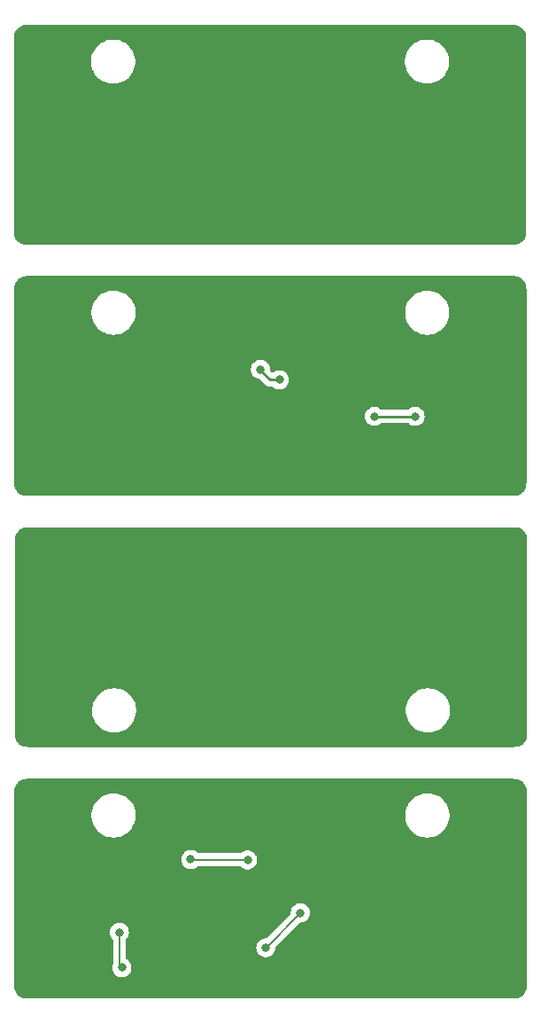
<source format=gbr>
%TF.GenerationSoftware,KiCad,Pcbnew,(6.0.5)*%
%TF.CreationDate,2022-06-24T16:36:08-05:00*%
%TF.ProjectId,Big Kahuna Board,42696720-4b61-4687-956e-6120426f6172,rev?*%
%TF.SameCoordinates,Original*%
%TF.FileFunction,Copper,L2,Bot*%
%TF.FilePolarity,Positive*%
%FSLAX46Y46*%
G04 Gerber Fmt 4.6, Leading zero omitted, Abs format (unit mm)*
G04 Created by KiCad (PCBNEW (6.0.5)) date 2022-06-24 16:36:08*
%MOMM*%
%LPD*%
G01*
G04 APERTURE LIST*
%TA.AperFunction,ViaPad*%
%ADD10C,0.800000*%
%TD*%
%TA.AperFunction,Conductor*%
%ADD11C,0.250000*%
%TD*%
%TA.AperFunction,Conductor*%
%ADD12C,0.200000*%
%TD*%
G04 APERTURE END LIST*
D10*
%TO.N,GND*%
X110970000Y-47690000D03*
X143100000Y-57410000D03*
X149170000Y-52140000D03*
X111830000Y-59280000D03*
X125830000Y-59280000D03*
X152520000Y-60030000D03*
X124290000Y-55580000D03*
X120180000Y-46990000D03*
X135510000Y-55550000D03*
X128560000Y-47140000D03*
X146060000Y-50620000D03*
X138830000Y-59280000D03*
X149290000Y-46010000D03*
X145830000Y-60280000D03*
X138830000Y-47280000D03*
X145810000Y-49210000D03*
X107830000Y-59280000D03*
X120830000Y-59280000D03*
X116830000Y-59280000D03*
X149260000Y-56830000D03*
X106120800Y-52287200D03*
X129830000Y-59280000D03*
X152370000Y-48970000D03*
X134830000Y-59280000D03*
X116350000Y-80760000D03*
X136350000Y-80860000D03*
X125840000Y-72210000D03*
X106350000Y-65760000D03*
X120850000Y-81310000D03*
X126300000Y-68910000D03*
X138050000Y-79660000D03*
X113850000Y-80760000D03*
X127340000Y-69690000D03*
X106300000Y-83360000D03*
X148850000Y-65760000D03*
X151350000Y-73260000D03*
X134950000Y-65860000D03*
X123430000Y-77250000D03*
X128850000Y-78260000D03*
X126350000Y-78260000D03*
X108850000Y-68260000D03*
X117780000Y-76660000D03*
X119790000Y-70600000D03*
X113850000Y-78260000D03*
X146550000Y-83510000D03*
X132150000Y-69260000D03*
X110700000Y-81260000D03*
X105640000Y-76240000D03*
X118850000Y-65760000D03*
X141350000Y-73260000D03*
X146350000Y-75760000D03*
X150350000Y-70600000D03*
X130270000Y-66440000D03*
X138850000Y-65760000D03*
X111860000Y-71980000D03*
X116350000Y-83260000D03*
X124200000Y-81210000D03*
X149550000Y-81310000D03*
X121450000Y-85160000D03*
X108850000Y-65760000D03*
X111350000Y-78260000D03*
X141880000Y-75310000D03*
X126350000Y-83260000D03*
X139820000Y-70020000D03*
X131350000Y-78260000D03*
X134650000Y-85160000D03*
X131350000Y-75760000D03*
X126350000Y-75760000D03*
X147950000Y-81360000D03*
X113850000Y-83260000D03*
X138850000Y-68260000D03*
X116350000Y-78260000D03*
X109750000Y-76960000D03*
X143850000Y-75760000D03*
X126350000Y-80760000D03*
X118620000Y-78780000D03*
X152060000Y-84460000D03*
X141380000Y-81400000D03*
X150950000Y-79310000D03*
X105840000Y-73400000D03*
X133000000Y-83210000D03*
X143850000Y-73260000D03*
X121450000Y-69010000D03*
X146350000Y-80760000D03*
X133850000Y-75760000D03*
X146190000Y-73590000D03*
X106350000Y-68260000D03*
X118850000Y-80760000D03*
X131350000Y-80760000D03*
X119730000Y-72230000D03*
X141350000Y-83260000D03*
X108150000Y-85260000D03*
X123800000Y-72210000D03*
X143850000Y-80760000D03*
X128850000Y-75760000D03*
X150800000Y-77660000D03*
X143850000Y-83260000D03*
X136300000Y-77210000D03*
X105690000Y-80350000D03*
X131350000Y-83190000D03*
X111350000Y-83260000D03*
X119400000Y-83510000D03*
X108850000Y-70760000D03*
X128850000Y-83260000D03*
X128850000Y-80760000D03*
X138000000Y-69310000D03*
X151350000Y-68260000D03*
X148100000Y-85210000D03*
X117540000Y-73400000D03*
X148850000Y-68260000D03*
X106350000Y-70760000D03*
X141970000Y-84560000D03*
X123180000Y-75890000D03*
X151350000Y-65760000D03*
%TO.N,+3V3*%
X129720000Y-74680000D03*
X142700000Y-78160000D03*
X138820000Y-78160000D03*
X127910000Y-73680000D03*
%TO.N,GND*%
X137912000Y-100104000D03*
X108582000Y-98384000D03*
X147192000Y-100504000D03*
X150142000Y-89794000D03*
X152772000Y-91874000D03*
X151842000Y-98344000D03*
X105232000Y-90494000D03*
X115092000Y-91404000D03*
X151962000Y-94474000D03*
X118932000Y-100044000D03*
X124482000Y-98224000D03*
X113362000Y-89644000D03*
X111692000Y-99904000D03*
X108462000Y-104514000D03*
X142292000Y-98274000D03*
X111922000Y-90244000D03*
X137832000Y-91634000D03*
X133492000Y-98224000D03*
X152792000Y-100654000D03*
X147512000Y-90224000D03*
X111942000Y-101314000D03*
X145512000Y-92154000D03*
X118642000Y-91524000D03*
X133782000Y-91614000D03*
X143402000Y-91954000D03*
X127982000Y-100074000D03*
X108492000Y-93694000D03*
X124482000Y-91614000D03*
X115182000Y-98194000D03*
X128582000Y-91554000D03*
X105382000Y-101554000D03*
X150112000Y-102844000D03*
X133610000Y-114070000D03*
X137320000Y-120710000D03*
X122370000Y-131080000D03*
X132720000Y-130980000D03*
X145988000Y-130932000D03*
X112980000Y-130770000D03*
X127970000Y-113600000D03*
X149210000Y-124130000D03*
X135280000Y-127950000D03*
X116020000Y-129140000D03*
X131510000Y-114676000D03*
X148550000Y-124690000D03*
X111390000Y-130480000D03*
X129780000Y-130110000D03*
X110890000Y-131820000D03*
X111620000Y-132550000D03*
X148440000Y-123460000D03*
X152560000Y-132020000D03*
X144140000Y-123690000D03*
X117650000Y-131550000D03*
X146030000Y-120050000D03*
X120030000Y-119400000D03*
X128716000Y-125090000D03*
X149360000Y-129930000D03*
X137120000Y-117890000D03*
X132660000Y-128010000D03*
X116130000Y-120260000D03*
X116840000Y-118870000D03*
X107870000Y-130140000D03*
X124830000Y-122230000D03*
X151820000Y-125870000D03*
X123230000Y-114130000D03*
X146100000Y-122610000D03*
X132670000Y-121760000D03*
X143720000Y-132340000D03*
X117650000Y-130430000D03*
X105094000Y-116454000D03*
X152240000Y-130770000D03*
X150400000Y-126690000D03*
X110700000Y-113580000D03*
X108410000Y-120900000D03*
X149330000Y-118000000D03*
X145870000Y-132270000D03*
X138980000Y-119910000D03*
X147260000Y-117950000D03*
X107740000Y-125270000D03*
X129920000Y-119460000D03*
X130910000Y-123840000D03*
X148200000Y-118370000D03*
X117230000Y-117190000D03*
X112880000Y-120260000D03*
X136990000Y-116210000D03*
X143170000Y-127340000D03*
X132640000Y-126770000D03*
X117830000Y-115020000D03*
X132400000Y-132760000D03*
X147370000Y-113920000D03*
X140370000Y-128100000D03*
X140240000Y-114460000D03*
X142650000Y-128270000D03*
X145850000Y-121200000D03*
X143110000Y-122220000D03*
X124860000Y-131030000D03*
X107090000Y-120990000D03*
X117360000Y-113710000D03*
X140710000Y-123120000D03*
X136620000Y-119910000D03*
X107660000Y-126730000D03*
X137850000Y-126700000D03*
X123128000Y-117216000D03*
X120080000Y-114676000D03*
X149300000Y-128820000D03*
X142570000Y-120500000D03*
X137750000Y-128060000D03*
X131220000Y-130870000D03*
X151450000Y-128120000D03*
X105520000Y-129070000D03*
X111030000Y-123210000D03*
X117680000Y-132890000D03*
X139530000Y-122250000D03*
X104940000Y-131870000D03*
X111360000Y-119320000D03*
X138740000Y-117480000D03*
X124250000Y-132520000D03*
X131070000Y-132050000D03*
X138850000Y-123430000D03*
X128920000Y-119240000D03*
%TO.N,/Thing 1*%
X121240000Y-120480000D03*
X114660000Y-130800000D03*
X126684000Y-120518000D03*
X114430000Y-127430000D03*
%TO.N,/Thing 2*%
X131720000Y-125570000D03*
X128420000Y-128910000D03*
%TD*%
D11*
%TO.N,+3V3*%
X127910000Y-73680000D02*
X127910000Y-73780000D01*
X142700000Y-78160000D02*
X138820000Y-78160000D01*
X127910000Y-73780000D02*
X128810000Y-74680000D01*
X128810000Y-74680000D02*
X129720000Y-74680000D01*
D12*
%TO.N,/Thing 1*%
X114430000Y-127430000D02*
X114410000Y-127450000D01*
X126656000Y-120490000D02*
X121250000Y-120490000D01*
X114410000Y-130550000D02*
X114660000Y-130800000D01*
X121250000Y-120490000D02*
X121240000Y-120480000D01*
X126684000Y-120518000D02*
X126656000Y-120490000D01*
X114410000Y-127450000D02*
X114410000Y-130550000D01*
%TO.N,/Thing 2*%
X131720000Y-125570000D02*
X131720000Y-125640000D01*
X128450000Y-128910000D02*
X128420000Y-128910000D01*
X131720000Y-125640000D02*
X128450000Y-128910000D01*
%TD*%
%TA.AperFunction,Conductor*%
%TO.N,GND*%
G36*
X152110107Y-40789500D02*
G01*
X152124908Y-40791805D01*
X152124911Y-40791805D01*
X152133780Y-40793186D01*
X152142681Y-40792022D01*
X152142688Y-40792022D01*
X152147816Y-40791351D01*
X152174039Y-40790675D01*
X152315062Y-40801774D01*
X152334590Y-40804867D01*
X152380701Y-40815937D01*
X152495657Y-40843536D01*
X152514447Y-40849641D01*
X152667487Y-40913032D01*
X152685100Y-40922007D01*
X152826325Y-41008549D01*
X152842321Y-41020171D01*
X152968274Y-41127745D01*
X152982255Y-41141726D01*
X153089829Y-41267679D01*
X153101451Y-41283675D01*
X153187993Y-41424900D01*
X153196968Y-41442513D01*
X153260359Y-41595553D01*
X153266466Y-41614348D01*
X153305133Y-41775409D01*
X153308226Y-41794937D01*
X153318774Y-41928962D01*
X153318133Y-41945831D01*
X153318305Y-41945833D01*
X153318195Y-41954809D01*
X153316814Y-41963680D01*
X153317978Y-41972582D01*
X153317978Y-41972585D01*
X153320936Y-41995201D01*
X153322000Y-42011539D01*
X153322000Y-60540722D01*
X153320500Y-60560106D01*
X153316814Y-60583780D01*
X153317978Y-60592681D01*
X153317978Y-60592688D01*
X153318649Y-60597816D01*
X153319325Y-60624039D01*
X153308226Y-60765062D01*
X153305133Y-60784590D01*
X153266466Y-60945652D01*
X153260359Y-60964447D01*
X153196969Y-61117485D01*
X153187993Y-61135100D01*
X153101451Y-61276325D01*
X153089829Y-61292321D01*
X152982255Y-61418274D01*
X152968274Y-61432255D01*
X152842321Y-61539829D01*
X152826325Y-61551451D01*
X152685100Y-61637993D01*
X152667487Y-61646968D01*
X152514447Y-61710359D01*
X152495657Y-61716464D01*
X152334591Y-61755133D01*
X152315063Y-61758226D01*
X152181038Y-61768774D01*
X152164169Y-61768133D01*
X152164167Y-61768305D01*
X152155191Y-61768195D01*
X152146320Y-61766814D01*
X152137418Y-61767978D01*
X152137415Y-61767978D01*
X152114799Y-61770936D01*
X152098461Y-61772000D01*
X105569278Y-61772000D01*
X105549893Y-61770500D01*
X105535092Y-61768195D01*
X105535089Y-61768195D01*
X105526220Y-61766814D01*
X105517319Y-61767978D01*
X105517312Y-61767978D01*
X105512184Y-61768649D01*
X105485961Y-61769325D01*
X105344938Y-61758226D01*
X105325410Y-61755133D01*
X105279299Y-61744063D01*
X105164343Y-61716464D01*
X105145553Y-61710359D01*
X104992513Y-61646968D01*
X104974900Y-61637993D01*
X104833675Y-61551451D01*
X104817679Y-61539829D01*
X104691726Y-61432255D01*
X104677745Y-61418274D01*
X104570171Y-61292321D01*
X104558549Y-61276325D01*
X104472007Y-61135100D01*
X104463031Y-61117485D01*
X104399641Y-60964447D01*
X104393534Y-60945652D01*
X104354867Y-60784591D01*
X104351774Y-60765062D01*
X104341507Y-60634601D01*
X104342489Y-60612292D01*
X104341829Y-60612233D01*
X104342263Y-60607391D01*
X104343071Y-60602589D01*
X104343149Y-60596208D01*
X104343165Y-60594909D01*
X104343165Y-60594905D01*
X104343224Y-60590050D01*
X104339273Y-60562462D01*
X104338000Y-60544599D01*
X104338000Y-44412703D01*
X111720743Y-44412703D01*
X111758268Y-44697734D01*
X111834129Y-44975036D01*
X111946923Y-45239476D01*
X112094561Y-45486161D01*
X112274313Y-45710528D01*
X112482851Y-45908423D01*
X112716317Y-46076186D01*
X112720112Y-46078195D01*
X112720113Y-46078196D01*
X112741869Y-46089715D01*
X112970392Y-46210712D01*
X113240373Y-46309511D01*
X113521264Y-46370755D01*
X113549841Y-46373004D01*
X113744282Y-46388307D01*
X113744291Y-46388307D01*
X113746739Y-46388500D01*
X113902271Y-46388500D01*
X113904407Y-46388354D01*
X113904418Y-46388354D01*
X114112548Y-46374165D01*
X114112554Y-46374164D01*
X114116825Y-46373873D01*
X114121020Y-46373004D01*
X114121022Y-46373004D01*
X114257584Y-46344723D01*
X114398342Y-46315574D01*
X114669343Y-46219607D01*
X114924812Y-46087750D01*
X114928313Y-46085289D01*
X114928317Y-46085287D01*
X115042417Y-46005096D01*
X115160023Y-45922441D01*
X115370622Y-45726740D01*
X115552713Y-45504268D01*
X115702927Y-45259142D01*
X115818483Y-44995898D01*
X115897244Y-44719406D01*
X115937751Y-44434784D01*
X115937845Y-44416951D01*
X115937867Y-44412703D01*
X141720743Y-44412703D01*
X141758268Y-44697734D01*
X141834129Y-44975036D01*
X141946923Y-45239476D01*
X142094561Y-45486161D01*
X142274313Y-45710528D01*
X142482851Y-45908423D01*
X142716317Y-46076186D01*
X142720112Y-46078195D01*
X142720113Y-46078196D01*
X142741869Y-46089715D01*
X142970392Y-46210712D01*
X143240373Y-46309511D01*
X143521264Y-46370755D01*
X143549841Y-46373004D01*
X143744282Y-46388307D01*
X143744291Y-46388307D01*
X143746739Y-46388500D01*
X143902271Y-46388500D01*
X143904407Y-46388354D01*
X143904418Y-46388354D01*
X144112548Y-46374165D01*
X144112554Y-46374164D01*
X144116825Y-46373873D01*
X144121020Y-46373004D01*
X144121022Y-46373004D01*
X144257584Y-46344723D01*
X144398342Y-46315574D01*
X144669343Y-46219607D01*
X144924812Y-46087750D01*
X144928313Y-46085289D01*
X144928317Y-46085287D01*
X145042418Y-46005095D01*
X145160023Y-45922441D01*
X145370622Y-45726740D01*
X145552713Y-45504268D01*
X145702927Y-45259142D01*
X145818483Y-44995898D01*
X145897244Y-44719406D01*
X145937751Y-44434784D01*
X145937845Y-44416951D01*
X145939235Y-44151583D01*
X145939235Y-44151576D01*
X145939257Y-44147297D01*
X145901732Y-43862266D01*
X145825871Y-43584964D01*
X145713077Y-43320524D01*
X145565439Y-43073839D01*
X145385687Y-42849472D01*
X145177149Y-42651577D01*
X144943683Y-42483814D01*
X144921843Y-42472250D01*
X144898654Y-42459972D01*
X144689608Y-42349288D01*
X144419627Y-42250489D01*
X144138736Y-42189245D01*
X144107685Y-42186801D01*
X143915718Y-42171693D01*
X143915709Y-42171693D01*
X143913261Y-42171500D01*
X143757729Y-42171500D01*
X143755593Y-42171646D01*
X143755582Y-42171646D01*
X143547452Y-42185835D01*
X143547446Y-42185836D01*
X143543175Y-42186127D01*
X143538980Y-42186996D01*
X143538978Y-42186996D01*
X143402416Y-42215277D01*
X143261658Y-42244426D01*
X142990657Y-42340393D01*
X142735188Y-42472250D01*
X142731687Y-42474711D01*
X142731683Y-42474713D01*
X142721594Y-42481804D01*
X142499977Y-42637559D01*
X142289378Y-42833260D01*
X142107287Y-43055732D01*
X141957073Y-43300858D01*
X141841517Y-43564102D01*
X141762756Y-43840594D01*
X141722249Y-44125216D01*
X141722227Y-44129505D01*
X141722226Y-44129512D01*
X141720765Y-44408417D01*
X141720743Y-44412703D01*
X115937867Y-44412703D01*
X115939235Y-44151583D01*
X115939235Y-44151576D01*
X115939257Y-44147297D01*
X115901732Y-43862266D01*
X115825871Y-43584964D01*
X115713077Y-43320524D01*
X115565439Y-43073839D01*
X115385687Y-42849472D01*
X115177149Y-42651577D01*
X114943683Y-42483814D01*
X114921843Y-42472250D01*
X114898654Y-42459972D01*
X114689608Y-42349288D01*
X114419627Y-42250489D01*
X114138736Y-42189245D01*
X114107685Y-42186801D01*
X113915718Y-42171693D01*
X113915709Y-42171693D01*
X113913261Y-42171500D01*
X113757729Y-42171500D01*
X113755593Y-42171646D01*
X113755582Y-42171646D01*
X113547452Y-42185835D01*
X113547446Y-42185836D01*
X113543175Y-42186127D01*
X113538980Y-42186996D01*
X113538978Y-42186996D01*
X113402416Y-42215277D01*
X113261658Y-42244426D01*
X112990657Y-42340393D01*
X112735188Y-42472250D01*
X112731687Y-42474711D01*
X112731683Y-42474713D01*
X112721594Y-42481804D01*
X112499977Y-42637559D01*
X112289378Y-42833260D01*
X112107287Y-43055732D01*
X111957073Y-43300858D01*
X111841517Y-43564102D01*
X111762756Y-43840594D01*
X111722249Y-44125216D01*
X111722227Y-44129505D01*
X111722226Y-44129512D01*
X111720765Y-44408417D01*
X111720743Y-44412703D01*
X104338000Y-44412703D01*
X104338000Y-42023157D01*
X104339746Y-42002253D01*
X104342264Y-41987285D01*
X104343071Y-41982489D01*
X104343224Y-41969950D01*
X104342535Y-41965138D01*
X104342534Y-41965124D01*
X104341833Y-41960230D01*
X104340949Y-41932488D01*
X104351774Y-41794938D01*
X104354867Y-41775409D01*
X104393534Y-41614348D01*
X104399641Y-41595553D01*
X104463032Y-41442513D01*
X104472007Y-41424900D01*
X104558549Y-41283675D01*
X104570171Y-41267679D01*
X104677745Y-41141726D01*
X104691726Y-41127745D01*
X104817679Y-41020171D01*
X104833675Y-41008549D01*
X104974900Y-40922007D01*
X104992513Y-40913032D01*
X105145553Y-40849641D01*
X105164343Y-40843536D01*
X105325410Y-40804867D01*
X105344937Y-40801774D01*
X105478962Y-40791226D01*
X105495831Y-40791867D01*
X105495833Y-40791695D01*
X105504809Y-40791805D01*
X105513680Y-40793186D01*
X105522582Y-40792022D01*
X105522585Y-40792022D01*
X105545201Y-40789064D01*
X105561539Y-40788000D01*
X152090722Y-40788000D01*
X152110107Y-40789500D01*
G37*
%TD.AperFunction*%
%TD*%
%TA.AperFunction,Conductor*%
%TO.N,GND*%
G36*
X152130065Y-64770001D02*
G01*
X152137623Y-64771178D01*
X152153759Y-64773691D01*
X152167827Y-64771852D01*
X152194047Y-64771178D01*
X152225966Y-64773691D01*
X152334969Y-64782273D01*
X152354495Y-64785366D01*
X152515481Y-64824018D01*
X152534285Y-64830128D01*
X152687240Y-64893487D01*
X152704856Y-64902463D01*
X152846022Y-64988972D01*
X152862016Y-65000593D01*
X152987906Y-65108113D01*
X153001887Y-65122094D01*
X153109407Y-65247984D01*
X153121028Y-65263978D01*
X153207537Y-65405144D01*
X153216513Y-65422760D01*
X153279872Y-65575715D01*
X153285982Y-65594519D01*
X153324634Y-65755505D01*
X153327727Y-65775031D01*
X153338271Y-65908954D01*
X153337630Y-65925841D01*
X153337799Y-65925843D01*
X153337690Y-65934820D01*
X153336309Y-65943689D01*
X153337473Y-65952589D01*
X153337473Y-65952591D01*
X153340436Y-65975243D01*
X153341500Y-65991584D01*
X153341500Y-84520676D01*
X153339999Y-84540065D01*
X153336309Y-84563759D01*
X153337473Y-84572662D01*
X153338148Y-84577825D01*
X153338822Y-84604048D01*
X153327727Y-84744969D01*
X153324634Y-84764495D01*
X153285982Y-84925481D01*
X153279872Y-84944285D01*
X153216513Y-85097240D01*
X153207537Y-85114856D01*
X153121028Y-85256022D01*
X153109407Y-85272016D01*
X153001887Y-85397906D01*
X152987906Y-85411887D01*
X152862016Y-85519407D01*
X152846022Y-85531028D01*
X152704856Y-85617537D01*
X152687240Y-85626513D01*
X152534285Y-85689872D01*
X152515481Y-85695982D01*
X152354495Y-85734634D01*
X152334969Y-85737727D01*
X152286444Y-85741548D01*
X152201046Y-85748271D01*
X152184159Y-85747630D01*
X152184157Y-85747799D01*
X152175180Y-85747690D01*
X152166311Y-85746309D01*
X152157411Y-85747473D01*
X152157409Y-85747473D01*
X152134757Y-85750436D01*
X152118416Y-85751500D01*
X105589324Y-85751500D01*
X105569935Y-85749999D01*
X105555115Y-85747691D01*
X105546241Y-85746309D01*
X105532173Y-85748148D01*
X105505953Y-85748822D01*
X105465189Y-85745613D01*
X105365031Y-85737727D01*
X105345505Y-85734634D01*
X105184519Y-85695982D01*
X105165715Y-85689872D01*
X105012760Y-85626513D01*
X104995144Y-85617537D01*
X104853978Y-85531028D01*
X104837984Y-85519407D01*
X104712094Y-85411887D01*
X104698113Y-85397906D01*
X104590593Y-85272016D01*
X104578972Y-85256022D01*
X104492463Y-85114856D01*
X104483487Y-85097240D01*
X104420128Y-84944285D01*
X104414018Y-84925481D01*
X104375366Y-84764495D01*
X104372273Y-84744969D01*
X104368452Y-84696444D01*
X104361729Y-84611046D01*
X104362370Y-84594159D01*
X104362201Y-84594157D01*
X104362310Y-84585180D01*
X104363691Y-84576311D01*
X104362050Y-84563759D01*
X104359564Y-84544757D01*
X104358500Y-84528416D01*
X104358500Y-78160000D01*
X137906496Y-78160000D01*
X137926458Y-78349928D01*
X137985473Y-78531556D01*
X138080960Y-78696944D01*
X138208747Y-78838866D01*
X138363248Y-78951118D01*
X138369276Y-78953802D01*
X138369278Y-78953803D01*
X138531681Y-79026109D01*
X138537712Y-79028794D01*
X138631112Y-79048647D01*
X138718056Y-79067128D01*
X138718061Y-79067128D01*
X138724513Y-79068500D01*
X138915487Y-79068500D01*
X138921939Y-79067128D01*
X138921944Y-79067128D01*
X139008888Y-79048647D01*
X139102288Y-79028794D01*
X139108319Y-79026109D01*
X139270722Y-78953803D01*
X139270724Y-78953802D01*
X139276752Y-78951118D01*
X139431253Y-78838866D01*
X139435668Y-78833963D01*
X139440580Y-78829540D01*
X139441705Y-78830789D01*
X139495014Y-78797949D01*
X139528200Y-78793500D01*
X141991800Y-78793500D01*
X142059921Y-78813502D01*
X142079147Y-78829843D01*
X142079420Y-78829540D01*
X142084332Y-78833963D01*
X142088747Y-78838866D01*
X142243248Y-78951118D01*
X142249276Y-78953802D01*
X142249278Y-78953803D01*
X142411681Y-79026109D01*
X142417712Y-79028794D01*
X142511112Y-79048647D01*
X142598056Y-79067128D01*
X142598061Y-79067128D01*
X142604513Y-79068500D01*
X142795487Y-79068500D01*
X142801939Y-79067128D01*
X142801944Y-79067128D01*
X142888888Y-79048647D01*
X142982288Y-79028794D01*
X142988319Y-79026109D01*
X143150722Y-78953803D01*
X143150724Y-78953802D01*
X143156752Y-78951118D01*
X143311253Y-78838866D01*
X143439040Y-78696944D01*
X143534527Y-78531556D01*
X143593542Y-78349928D01*
X143613504Y-78160000D01*
X143593542Y-77970072D01*
X143534527Y-77788444D01*
X143439040Y-77623056D01*
X143311253Y-77481134D01*
X143156752Y-77368882D01*
X143150724Y-77366198D01*
X143150722Y-77366197D01*
X142988319Y-77293891D01*
X142988318Y-77293891D01*
X142982288Y-77291206D01*
X142888887Y-77271353D01*
X142801944Y-77252872D01*
X142801939Y-77252872D01*
X142795487Y-77251500D01*
X142604513Y-77251500D01*
X142598061Y-77252872D01*
X142598056Y-77252872D01*
X142511113Y-77271353D01*
X142417712Y-77291206D01*
X142411682Y-77293891D01*
X142411681Y-77293891D01*
X142249278Y-77366197D01*
X142249276Y-77366198D01*
X142243248Y-77368882D01*
X142088747Y-77481134D01*
X142084332Y-77486037D01*
X142079420Y-77490460D01*
X142078295Y-77489211D01*
X142024986Y-77522051D01*
X141991800Y-77526500D01*
X139528200Y-77526500D01*
X139460079Y-77506498D01*
X139440853Y-77490157D01*
X139440580Y-77490460D01*
X139435668Y-77486037D01*
X139431253Y-77481134D01*
X139276752Y-77368882D01*
X139270724Y-77366198D01*
X139270722Y-77366197D01*
X139108319Y-77293891D01*
X139108318Y-77293891D01*
X139102288Y-77291206D01*
X139008887Y-77271353D01*
X138921944Y-77252872D01*
X138921939Y-77252872D01*
X138915487Y-77251500D01*
X138724513Y-77251500D01*
X138718061Y-77252872D01*
X138718056Y-77252872D01*
X138631113Y-77271353D01*
X138537712Y-77291206D01*
X138531682Y-77293891D01*
X138531681Y-77293891D01*
X138369278Y-77366197D01*
X138369276Y-77366198D01*
X138363248Y-77368882D01*
X138208747Y-77481134D01*
X138080960Y-77623056D01*
X137985473Y-77788444D01*
X137926458Y-77970072D01*
X137906496Y-78160000D01*
X104358500Y-78160000D01*
X104358500Y-73680000D01*
X126996496Y-73680000D01*
X126997186Y-73686565D01*
X127007681Y-73786415D01*
X127016458Y-73869928D01*
X127075473Y-74051556D01*
X127170960Y-74216944D01*
X127298747Y-74358866D01*
X127453248Y-74471118D01*
X127459276Y-74473802D01*
X127459278Y-74473803D01*
X127510560Y-74496635D01*
X127627712Y-74548794D01*
X127788273Y-74582922D01*
X127851170Y-74617074D01*
X128306343Y-75072247D01*
X128313887Y-75080537D01*
X128318000Y-75087018D01*
X128323777Y-75092443D01*
X128367667Y-75133658D01*
X128370509Y-75136413D01*
X128390230Y-75156134D01*
X128393425Y-75158612D01*
X128402447Y-75166318D01*
X128434679Y-75196586D01*
X128441628Y-75200406D01*
X128452432Y-75206346D01*
X128468956Y-75217199D01*
X128484959Y-75229613D01*
X128525543Y-75247176D01*
X128536173Y-75252383D01*
X128574940Y-75273695D01*
X128582617Y-75275666D01*
X128582622Y-75275668D01*
X128594558Y-75278732D01*
X128613266Y-75285137D01*
X128631855Y-75293181D01*
X128639683Y-75294421D01*
X128639690Y-75294423D01*
X128675524Y-75300099D01*
X128687144Y-75302505D01*
X128722289Y-75311528D01*
X128729970Y-75313500D01*
X128750224Y-75313500D01*
X128769934Y-75315051D01*
X128789943Y-75318220D01*
X128797835Y-75317474D01*
X128833961Y-75314059D01*
X128845819Y-75313500D01*
X129011800Y-75313500D01*
X129079921Y-75333502D01*
X129099147Y-75349843D01*
X129099420Y-75349540D01*
X129104332Y-75353963D01*
X129108747Y-75358866D01*
X129263248Y-75471118D01*
X129269276Y-75473802D01*
X129269278Y-75473803D01*
X129431681Y-75546109D01*
X129437712Y-75548794D01*
X129531113Y-75568647D01*
X129618056Y-75587128D01*
X129618061Y-75587128D01*
X129624513Y-75588500D01*
X129815487Y-75588500D01*
X129821939Y-75587128D01*
X129821944Y-75587128D01*
X129908887Y-75568647D01*
X130002288Y-75548794D01*
X130008319Y-75546109D01*
X130170722Y-75473803D01*
X130170724Y-75473802D01*
X130176752Y-75471118D01*
X130331253Y-75358866D01*
X130367851Y-75318220D01*
X130454621Y-75221852D01*
X130454622Y-75221851D01*
X130459040Y-75216944D01*
X130534053Y-75087018D01*
X130551223Y-75057279D01*
X130551224Y-75057278D01*
X130554527Y-75051556D01*
X130613542Y-74869928D01*
X130633504Y-74680000D01*
X130613542Y-74490072D01*
X130554527Y-74308444D01*
X130459040Y-74143056D01*
X130331253Y-74001134D01*
X130176752Y-73888882D01*
X130170724Y-73886198D01*
X130170722Y-73886197D01*
X130008319Y-73813891D01*
X130008318Y-73813891D01*
X130002288Y-73811206D01*
X129908888Y-73791353D01*
X129821944Y-73772872D01*
X129821939Y-73772872D01*
X129815487Y-73771500D01*
X129624513Y-73771500D01*
X129618061Y-73772872D01*
X129618056Y-73772872D01*
X129531112Y-73791353D01*
X129437712Y-73811206D01*
X129431682Y-73813891D01*
X129431681Y-73813891D01*
X129269278Y-73886197D01*
X129269276Y-73886198D01*
X129263248Y-73888882D01*
X129148481Y-73972265D01*
X129081617Y-73996122D01*
X129012465Y-73980042D01*
X128985328Y-73959423D01*
X128854817Y-73828912D01*
X128820791Y-73766600D01*
X128818602Y-73726649D01*
X128822814Y-73686568D01*
X128822814Y-73686565D01*
X128823504Y-73680000D01*
X128803542Y-73490072D01*
X128744527Y-73308444D01*
X128649040Y-73143056D01*
X128521253Y-73001134D01*
X128366752Y-72888882D01*
X128360724Y-72886198D01*
X128360722Y-72886197D01*
X128198319Y-72813891D01*
X128198318Y-72813891D01*
X128192288Y-72811206D01*
X128098888Y-72791353D01*
X128011944Y-72772872D01*
X128011939Y-72772872D01*
X128005487Y-72771500D01*
X127814513Y-72771500D01*
X127808061Y-72772872D01*
X127808056Y-72772872D01*
X127721112Y-72791353D01*
X127627712Y-72811206D01*
X127621682Y-72813891D01*
X127621681Y-72813891D01*
X127459278Y-72886197D01*
X127459276Y-72886198D01*
X127453248Y-72888882D01*
X127298747Y-73001134D01*
X127170960Y-73143056D01*
X127075473Y-73308444D01*
X127016458Y-73490072D01*
X126996496Y-73680000D01*
X104358500Y-73680000D01*
X104358500Y-68392703D01*
X111740743Y-68392703D01*
X111778268Y-68677734D01*
X111854129Y-68955036D01*
X111966923Y-69219476D01*
X112114561Y-69466161D01*
X112294313Y-69690528D01*
X112502851Y-69888423D01*
X112736317Y-70056186D01*
X112740112Y-70058195D01*
X112740113Y-70058196D01*
X112761869Y-70069715D01*
X112990392Y-70190712D01*
X113260373Y-70289511D01*
X113541264Y-70350755D01*
X113569841Y-70353004D01*
X113764282Y-70368307D01*
X113764291Y-70368307D01*
X113766739Y-70368500D01*
X113922271Y-70368500D01*
X113924407Y-70368354D01*
X113924418Y-70368354D01*
X114132548Y-70354165D01*
X114132554Y-70354164D01*
X114136825Y-70353873D01*
X114141020Y-70353004D01*
X114141022Y-70353004D01*
X114277584Y-70324723D01*
X114418342Y-70295574D01*
X114689343Y-70199607D01*
X114944812Y-70067750D01*
X114948313Y-70065289D01*
X114948317Y-70065287D01*
X115062417Y-69985096D01*
X115180023Y-69902441D01*
X115390622Y-69706740D01*
X115572713Y-69484268D01*
X115722927Y-69239142D01*
X115838483Y-68975898D01*
X115917244Y-68699406D01*
X115957751Y-68414784D01*
X115957845Y-68396951D01*
X115957867Y-68392703D01*
X141740743Y-68392703D01*
X141778268Y-68677734D01*
X141854129Y-68955036D01*
X141966923Y-69219476D01*
X142114561Y-69466161D01*
X142294313Y-69690528D01*
X142502851Y-69888423D01*
X142736317Y-70056186D01*
X142740112Y-70058195D01*
X142740113Y-70058196D01*
X142761869Y-70069715D01*
X142990392Y-70190712D01*
X143260373Y-70289511D01*
X143541264Y-70350755D01*
X143569841Y-70353004D01*
X143764282Y-70368307D01*
X143764291Y-70368307D01*
X143766739Y-70368500D01*
X143922271Y-70368500D01*
X143924407Y-70368354D01*
X143924418Y-70368354D01*
X144132548Y-70354165D01*
X144132554Y-70354164D01*
X144136825Y-70353873D01*
X144141020Y-70353004D01*
X144141022Y-70353004D01*
X144277584Y-70324723D01*
X144418342Y-70295574D01*
X144689343Y-70199607D01*
X144944812Y-70067750D01*
X144948313Y-70065289D01*
X144948317Y-70065287D01*
X145062418Y-69985095D01*
X145180023Y-69902441D01*
X145390622Y-69706740D01*
X145572713Y-69484268D01*
X145722927Y-69239142D01*
X145838483Y-68975898D01*
X145917244Y-68699406D01*
X145957751Y-68414784D01*
X145957845Y-68396951D01*
X145959235Y-68131583D01*
X145959235Y-68131576D01*
X145959257Y-68127297D01*
X145921732Y-67842266D01*
X145845871Y-67564964D01*
X145733077Y-67300524D01*
X145585439Y-67053839D01*
X145405687Y-66829472D01*
X145197149Y-66631577D01*
X144963683Y-66463814D01*
X144941843Y-66452250D01*
X144918654Y-66439972D01*
X144709608Y-66329288D01*
X144439627Y-66230489D01*
X144158736Y-66169245D01*
X144127685Y-66166801D01*
X143935718Y-66151693D01*
X143935709Y-66151693D01*
X143933261Y-66151500D01*
X143777729Y-66151500D01*
X143775593Y-66151646D01*
X143775582Y-66151646D01*
X143567452Y-66165835D01*
X143567446Y-66165836D01*
X143563175Y-66166127D01*
X143558980Y-66166996D01*
X143558978Y-66166996D01*
X143422416Y-66195277D01*
X143281658Y-66224426D01*
X143010657Y-66320393D01*
X142755188Y-66452250D01*
X142751687Y-66454711D01*
X142751683Y-66454713D01*
X142741594Y-66461804D01*
X142519977Y-66617559D01*
X142309378Y-66813260D01*
X142127287Y-67035732D01*
X141977073Y-67280858D01*
X141861517Y-67544102D01*
X141782756Y-67820594D01*
X141742249Y-68105216D01*
X141742227Y-68109505D01*
X141742226Y-68109512D01*
X141740765Y-68388417D01*
X141740743Y-68392703D01*
X115957867Y-68392703D01*
X115959235Y-68131583D01*
X115959235Y-68131576D01*
X115959257Y-68127297D01*
X115921732Y-67842266D01*
X115845871Y-67564964D01*
X115733077Y-67300524D01*
X115585439Y-67053839D01*
X115405687Y-66829472D01*
X115197149Y-66631577D01*
X114963683Y-66463814D01*
X114941843Y-66452250D01*
X114918654Y-66439972D01*
X114709608Y-66329288D01*
X114439627Y-66230489D01*
X114158736Y-66169245D01*
X114127685Y-66166801D01*
X113935718Y-66151693D01*
X113935709Y-66151693D01*
X113933261Y-66151500D01*
X113777729Y-66151500D01*
X113775593Y-66151646D01*
X113775582Y-66151646D01*
X113567452Y-66165835D01*
X113567446Y-66165836D01*
X113563175Y-66166127D01*
X113558980Y-66166996D01*
X113558978Y-66166996D01*
X113422416Y-66195277D01*
X113281658Y-66224426D01*
X113010657Y-66320393D01*
X112755188Y-66452250D01*
X112751687Y-66454711D01*
X112751683Y-66454713D01*
X112741594Y-66461804D01*
X112519977Y-66617559D01*
X112309378Y-66813260D01*
X112127287Y-67035732D01*
X111977073Y-67280858D01*
X111861517Y-67544102D01*
X111782756Y-67820594D01*
X111742249Y-68105216D01*
X111742227Y-68109505D01*
X111742226Y-68109512D01*
X111740765Y-68388417D01*
X111740743Y-68392703D01*
X104358500Y-68392703D01*
X104358500Y-65999324D01*
X104360001Y-65979935D01*
X104362309Y-65965115D01*
X104363691Y-65956241D01*
X104361852Y-65942173D01*
X104361178Y-65915952D01*
X104372273Y-65775031D01*
X104375366Y-65755505D01*
X104414018Y-65594519D01*
X104420128Y-65575715D01*
X104483487Y-65422760D01*
X104492463Y-65405144D01*
X104578972Y-65263978D01*
X104590593Y-65247984D01*
X104698113Y-65122094D01*
X104712094Y-65108113D01*
X104837984Y-65000593D01*
X104853978Y-64988972D01*
X104995144Y-64902463D01*
X105012760Y-64893487D01*
X105165715Y-64830128D01*
X105184519Y-64824018D01*
X105345505Y-64785366D01*
X105365031Y-64782273D01*
X105413556Y-64778452D01*
X105498954Y-64771729D01*
X105515841Y-64772370D01*
X105515843Y-64772201D01*
X105524820Y-64772310D01*
X105533689Y-64773691D01*
X105542589Y-64772527D01*
X105542591Y-64772527D01*
X105565243Y-64769564D01*
X105581584Y-64768500D01*
X152110676Y-64768500D01*
X152130065Y-64770001D01*
G37*
%TD.AperFunction*%
%TD*%
%TA.AperFunction,Conductor*%
%TO.N,GND*%
G36*
X152202065Y-88754001D02*
G01*
X152209623Y-88755178D01*
X152225759Y-88757691D01*
X152239827Y-88755852D01*
X152266047Y-88755178D01*
X152297966Y-88757691D01*
X152406969Y-88766273D01*
X152426495Y-88769366D01*
X152587481Y-88808018D01*
X152606285Y-88814128D01*
X152759240Y-88877487D01*
X152776856Y-88886463D01*
X152918022Y-88972972D01*
X152934016Y-88984593D01*
X153059906Y-89092113D01*
X153073887Y-89106094D01*
X153181407Y-89231984D01*
X153193028Y-89247978D01*
X153279537Y-89389144D01*
X153288513Y-89406760D01*
X153351872Y-89559715D01*
X153357982Y-89578519D01*
X153396634Y-89739505D01*
X153399727Y-89759031D01*
X153410271Y-89892954D01*
X153409630Y-89909841D01*
X153409799Y-89909843D01*
X153409690Y-89918820D01*
X153408309Y-89927689D01*
X153409473Y-89936589D01*
X153409473Y-89936591D01*
X153412436Y-89959243D01*
X153413500Y-89975584D01*
X153413500Y-108504676D01*
X153411999Y-108524065D01*
X153408309Y-108547759D01*
X153409473Y-108556662D01*
X153410148Y-108561825D01*
X153410822Y-108588048D01*
X153399727Y-108728969D01*
X153396634Y-108748495D01*
X153357982Y-108909481D01*
X153351872Y-108928285D01*
X153288513Y-109081240D01*
X153279537Y-109098856D01*
X153193028Y-109240022D01*
X153181407Y-109256016D01*
X153073887Y-109381906D01*
X153059906Y-109395887D01*
X152934016Y-109503407D01*
X152918022Y-109515028D01*
X152776856Y-109601537D01*
X152759240Y-109610513D01*
X152606285Y-109673872D01*
X152587481Y-109679982D01*
X152426495Y-109718634D01*
X152406969Y-109721727D01*
X152358444Y-109725548D01*
X152273046Y-109732271D01*
X152256159Y-109731630D01*
X152256157Y-109731799D01*
X152247180Y-109731690D01*
X152238311Y-109730309D01*
X152229411Y-109731473D01*
X152229409Y-109731473D01*
X152206757Y-109734436D01*
X152190416Y-109735500D01*
X105661324Y-109735500D01*
X105641935Y-109733999D01*
X105627115Y-109731691D01*
X105618241Y-109730309D01*
X105604173Y-109732148D01*
X105577953Y-109732822D01*
X105537189Y-109729613D01*
X105437031Y-109721727D01*
X105417505Y-109718634D01*
X105256519Y-109679982D01*
X105237715Y-109673872D01*
X105084760Y-109610513D01*
X105067144Y-109601537D01*
X104925978Y-109515028D01*
X104909984Y-109503407D01*
X104784094Y-109395887D01*
X104770113Y-109381906D01*
X104662593Y-109256016D01*
X104650972Y-109240022D01*
X104564463Y-109098856D01*
X104555487Y-109081240D01*
X104492128Y-108928285D01*
X104486018Y-108909481D01*
X104447366Y-108748495D01*
X104444273Y-108728969D01*
X104440452Y-108680444D01*
X104433729Y-108595046D01*
X104434370Y-108578159D01*
X104434201Y-108578157D01*
X104434310Y-108569180D01*
X104435691Y-108560311D01*
X104434050Y-108547759D01*
X104431564Y-108528757D01*
X104430500Y-108512416D01*
X104430500Y-106376703D01*
X111812743Y-106376703D01*
X111850268Y-106661734D01*
X111926129Y-106939036D01*
X112038923Y-107203476D01*
X112186561Y-107450161D01*
X112366313Y-107674528D01*
X112574851Y-107872423D01*
X112808317Y-108040186D01*
X112812112Y-108042195D01*
X112812113Y-108042196D01*
X112833869Y-108053715D01*
X113062392Y-108174712D01*
X113332373Y-108273511D01*
X113613264Y-108334755D01*
X113641841Y-108337004D01*
X113836282Y-108352307D01*
X113836291Y-108352307D01*
X113838739Y-108352500D01*
X113994271Y-108352500D01*
X113996407Y-108352354D01*
X113996418Y-108352354D01*
X114204548Y-108338165D01*
X114204554Y-108338164D01*
X114208825Y-108337873D01*
X114213020Y-108337004D01*
X114213022Y-108337004D01*
X114349583Y-108308724D01*
X114490342Y-108279574D01*
X114761343Y-108183607D01*
X115016812Y-108051750D01*
X115020313Y-108049289D01*
X115020317Y-108049287D01*
X115134417Y-107969096D01*
X115252023Y-107886441D01*
X115462622Y-107690740D01*
X115644713Y-107468268D01*
X115794927Y-107223142D01*
X115910483Y-106959898D01*
X115989244Y-106683406D01*
X116029751Y-106398784D01*
X116029845Y-106380951D01*
X116029867Y-106376703D01*
X141812743Y-106376703D01*
X141850268Y-106661734D01*
X141926129Y-106939036D01*
X142038923Y-107203476D01*
X142186561Y-107450161D01*
X142366313Y-107674528D01*
X142574851Y-107872423D01*
X142808317Y-108040186D01*
X142812112Y-108042195D01*
X142812113Y-108042196D01*
X142833869Y-108053715D01*
X143062392Y-108174712D01*
X143332373Y-108273511D01*
X143613264Y-108334755D01*
X143641841Y-108337004D01*
X143836282Y-108352307D01*
X143836291Y-108352307D01*
X143838739Y-108352500D01*
X143994271Y-108352500D01*
X143996407Y-108352354D01*
X143996418Y-108352354D01*
X144204548Y-108338165D01*
X144204554Y-108338164D01*
X144208825Y-108337873D01*
X144213020Y-108337004D01*
X144213022Y-108337004D01*
X144349583Y-108308724D01*
X144490342Y-108279574D01*
X144761343Y-108183607D01*
X145016812Y-108051750D01*
X145020313Y-108049289D01*
X145020317Y-108049287D01*
X145134417Y-107969096D01*
X145252023Y-107886441D01*
X145462622Y-107690740D01*
X145644713Y-107468268D01*
X145794927Y-107223142D01*
X145910483Y-106959898D01*
X145989244Y-106683406D01*
X146029751Y-106398784D01*
X146029845Y-106380951D01*
X146031235Y-106115583D01*
X146031235Y-106115576D01*
X146031257Y-106111297D01*
X145993732Y-105826266D01*
X145917871Y-105548964D01*
X145805077Y-105284524D01*
X145657439Y-105037839D01*
X145477687Y-104813472D01*
X145269149Y-104615577D01*
X145035683Y-104447814D01*
X145013843Y-104436250D01*
X144990654Y-104423972D01*
X144781608Y-104313288D01*
X144511627Y-104214489D01*
X144230736Y-104153245D01*
X144199685Y-104150801D01*
X144007718Y-104135693D01*
X144007709Y-104135693D01*
X144005261Y-104135500D01*
X143849729Y-104135500D01*
X143847593Y-104135646D01*
X143847582Y-104135646D01*
X143639452Y-104149835D01*
X143639446Y-104149836D01*
X143635175Y-104150127D01*
X143630980Y-104150996D01*
X143630978Y-104150996D01*
X143494416Y-104179277D01*
X143353658Y-104208426D01*
X143082657Y-104304393D01*
X142827188Y-104436250D01*
X142823687Y-104438711D01*
X142823683Y-104438713D01*
X142813594Y-104445804D01*
X142591977Y-104601559D01*
X142381378Y-104797260D01*
X142199287Y-105019732D01*
X142049073Y-105264858D01*
X141933517Y-105528102D01*
X141854756Y-105804594D01*
X141814249Y-106089216D01*
X141814227Y-106093505D01*
X141814226Y-106093512D01*
X141812765Y-106372417D01*
X141812743Y-106376703D01*
X116029867Y-106376703D01*
X116031235Y-106115583D01*
X116031235Y-106115576D01*
X116031257Y-106111297D01*
X115993732Y-105826266D01*
X115917871Y-105548964D01*
X115805077Y-105284524D01*
X115657439Y-105037839D01*
X115477687Y-104813472D01*
X115269149Y-104615577D01*
X115035683Y-104447814D01*
X115013843Y-104436250D01*
X114990654Y-104423972D01*
X114781608Y-104313288D01*
X114511627Y-104214489D01*
X114230736Y-104153245D01*
X114199685Y-104150801D01*
X114007718Y-104135693D01*
X114007709Y-104135693D01*
X114005261Y-104135500D01*
X113849729Y-104135500D01*
X113847593Y-104135646D01*
X113847582Y-104135646D01*
X113639452Y-104149835D01*
X113639446Y-104149836D01*
X113635175Y-104150127D01*
X113630980Y-104150996D01*
X113630978Y-104150996D01*
X113494416Y-104179277D01*
X113353658Y-104208426D01*
X113082657Y-104304393D01*
X112827188Y-104436250D01*
X112823687Y-104438711D01*
X112823683Y-104438713D01*
X112813594Y-104445804D01*
X112591977Y-104601559D01*
X112381378Y-104797260D01*
X112199287Y-105019732D01*
X112049073Y-105264858D01*
X111933517Y-105528102D01*
X111854756Y-105804594D01*
X111814249Y-106089216D01*
X111814227Y-106093505D01*
X111814226Y-106093512D01*
X111812765Y-106372417D01*
X111812743Y-106376703D01*
X104430500Y-106376703D01*
X104430500Y-89983324D01*
X104432001Y-89963935D01*
X104434309Y-89949115D01*
X104435691Y-89940241D01*
X104433852Y-89926173D01*
X104433178Y-89899952D01*
X104444273Y-89759031D01*
X104447366Y-89739505D01*
X104486018Y-89578519D01*
X104492128Y-89559715D01*
X104555487Y-89406760D01*
X104564463Y-89389144D01*
X104650972Y-89247978D01*
X104662593Y-89231984D01*
X104770113Y-89106094D01*
X104784094Y-89092113D01*
X104909984Y-88984593D01*
X104925978Y-88972972D01*
X105067144Y-88886463D01*
X105084760Y-88877487D01*
X105237715Y-88814128D01*
X105256519Y-88808018D01*
X105417505Y-88769366D01*
X105437031Y-88766273D01*
X105485556Y-88762452D01*
X105570954Y-88755729D01*
X105587841Y-88756370D01*
X105587843Y-88756201D01*
X105596820Y-88756310D01*
X105605689Y-88757691D01*
X105614589Y-88756527D01*
X105614591Y-88756527D01*
X105637243Y-88753564D01*
X105653584Y-88752500D01*
X152182676Y-88752500D01*
X152202065Y-88754001D01*
G37*
%TD.AperFunction*%
%TD*%
%TA.AperFunction,Conductor*%
%TO.N,GND*%
G36*
X152150065Y-112780001D02*
G01*
X152157623Y-112781178D01*
X152173759Y-112783691D01*
X152187827Y-112781852D01*
X152214047Y-112781178D01*
X152245966Y-112783691D01*
X152354969Y-112792273D01*
X152374495Y-112795366D01*
X152535481Y-112834018D01*
X152554285Y-112840128D01*
X152707240Y-112903487D01*
X152724856Y-112912463D01*
X152866022Y-112998972D01*
X152882016Y-113010593D01*
X153007906Y-113118113D01*
X153021887Y-113132094D01*
X153129407Y-113257984D01*
X153141028Y-113273978D01*
X153227537Y-113415144D01*
X153236513Y-113432760D01*
X153299872Y-113585715D01*
X153305982Y-113604519D01*
X153344634Y-113765505D01*
X153347727Y-113785031D01*
X153358271Y-113918954D01*
X153357630Y-113935841D01*
X153357799Y-113935843D01*
X153357690Y-113944820D01*
X153356309Y-113953689D01*
X153357473Y-113962589D01*
X153357473Y-113962591D01*
X153360436Y-113985243D01*
X153361500Y-114001584D01*
X153361500Y-132530676D01*
X153359999Y-132550065D01*
X153356309Y-132573759D01*
X153357473Y-132582662D01*
X153358148Y-132587825D01*
X153358822Y-132614048D01*
X153347727Y-132754969D01*
X153344634Y-132774495D01*
X153305982Y-132935481D01*
X153299872Y-132954285D01*
X153236513Y-133107240D01*
X153227537Y-133124856D01*
X153141028Y-133266022D01*
X153129407Y-133282016D01*
X153021887Y-133407906D01*
X153007906Y-133421887D01*
X152882016Y-133529407D01*
X152866022Y-133541028D01*
X152724856Y-133627537D01*
X152707240Y-133636513D01*
X152554285Y-133699872D01*
X152535481Y-133705982D01*
X152374495Y-133744634D01*
X152354969Y-133747727D01*
X152306444Y-133751548D01*
X152221046Y-133758271D01*
X152204159Y-133757630D01*
X152204157Y-133757799D01*
X152195180Y-133757690D01*
X152186311Y-133756309D01*
X152177411Y-133757473D01*
X152177409Y-133757473D01*
X152154757Y-133760436D01*
X152138416Y-133761500D01*
X105609324Y-133761500D01*
X105589935Y-133759999D01*
X105575115Y-133757691D01*
X105566241Y-133756309D01*
X105552173Y-133758148D01*
X105525953Y-133758822D01*
X105485189Y-133755613D01*
X105385031Y-133747727D01*
X105365505Y-133744634D01*
X105204519Y-133705982D01*
X105185715Y-133699872D01*
X105032760Y-133636513D01*
X105015144Y-133627537D01*
X104873978Y-133541028D01*
X104857984Y-133529407D01*
X104732094Y-133421887D01*
X104718113Y-133407906D01*
X104610593Y-133282016D01*
X104598972Y-133266022D01*
X104512463Y-133124856D01*
X104503487Y-133107240D01*
X104440128Y-132954285D01*
X104434018Y-132935481D01*
X104395366Y-132774495D01*
X104392273Y-132754969D01*
X104388452Y-132706444D01*
X104381729Y-132621046D01*
X104382370Y-132604159D01*
X104382201Y-132604157D01*
X104382310Y-132595180D01*
X104383691Y-132586311D01*
X104382050Y-132573759D01*
X104379564Y-132554757D01*
X104378500Y-132538416D01*
X104378500Y-127430000D01*
X113516496Y-127430000D01*
X113536458Y-127619928D01*
X113595473Y-127801556D01*
X113690960Y-127966944D01*
X113769137Y-128053769D01*
X113799853Y-128117774D01*
X113801500Y-128138077D01*
X113801500Y-130482268D01*
X113795333Y-130521205D01*
X113766458Y-130610072D01*
X113746496Y-130800000D01*
X113766458Y-130989928D01*
X113825473Y-131171556D01*
X113920960Y-131336944D01*
X114048747Y-131478866D01*
X114203248Y-131591118D01*
X114209276Y-131593802D01*
X114209278Y-131593803D01*
X114371681Y-131666109D01*
X114377712Y-131668794D01*
X114471113Y-131688647D01*
X114558056Y-131707128D01*
X114558061Y-131707128D01*
X114564513Y-131708500D01*
X114755487Y-131708500D01*
X114761939Y-131707128D01*
X114761944Y-131707128D01*
X114848887Y-131688647D01*
X114942288Y-131668794D01*
X114948319Y-131666109D01*
X115110722Y-131593803D01*
X115110724Y-131593802D01*
X115116752Y-131591118D01*
X115271253Y-131478866D01*
X115399040Y-131336944D01*
X115494527Y-131171556D01*
X115553542Y-130989928D01*
X115573504Y-130800000D01*
X115553542Y-130610072D01*
X115494527Y-130428444D01*
X115399040Y-130263056D01*
X115271253Y-130121134D01*
X115116752Y-130008882D01*
X115110715Y-130006194D01*
X115093251Y-129998418D01*
X115039155Y-129952438D01*
X115018500Y-129883312D01*
X115018500Y-128910000D01*
X127506496Y-128910000D01*
X127526458Y-129099928D01*
X127585473Y-129281556D01*
X127680960Y-129446944D01*
X127808747Y-129588866D01*
X127963248Y-129701118D01*
X127969276Y-129703802D01*
X127969278Y-129703803D01*
X128131681Y-129776109D01*
X128137712Y-129778794D01*
X128231112Y-129798647D01*
X128318056Y-129817128D01*
X128318061Y-129817128D01*
X128324513Y-129818500D01*
X128515487Y-129818500D01*
X128521939Y-129817128D01*
X128521944Y-129817128D01*
X128608887Y-129798647D01*
X128702288Y-129778794D01*
X128708319Y-129776109D01*
X128870722Y-129703803D01*
X128870724Y-129703802D01*
X128876752Y-129701118D01*
X129031253Y-129588866D01*
X129159040Y-129446944D01*
X129254527Y-129281556D01*
X129313542Y-129099928D01*
X129331536Y-128928722D01*
X129358549Y-128863066D01*
X129367751Y-128852798D01*
X131705144Y-126515405D01*
X131767456Y-126481379D01*
X131794239Y-126478500D01*
X131815487Y-126478500D01*
X131821939Y-126477128D01*
X131821944Y-126477128D01*
X131908888Y-126458647D01*
X132002288Y-126438794D01*
X132008319Y-126436109D01*
X132170722Y-126363803D01*
X132170724Y-126363802D01*
X132176752Y-126361118D01*
X132331253Y-126248866D01*
X132459040Y-126106944D01*
X132554527Y-125941556D01*
X132613542Y-125759928D01*
X132633504Y-125570000D01*
X132613542Y-125380072D01*
X132554527Y-125198444D01*
X132459040Y-125033056D01*
X132331253Y-124891134D01*
X132176752Y-124778882D01*
X132170724Y-124776198D01*
X132170722Y-124776197D01*
X132008319Y-124703891D01*
X132008318Y-124703891D01*
X132002288Y-124701206D01*
X131908887Y-124681353D01*
X131821944Y-124662872D01*
X131821939Y-124662872D01*
X131815487Y-124661500D01*
X131624513Y-124661500D01*
X131618061Y-124662872D01*
X131618056Y-124662872D01*
X131531113Y-124681353D01*
X131437712Y-124701206D01*
X131431682Y-124703891D01*
X131431681Y-124703891D01*
X131269278Y-124776197D01*
X131269276Y-124776198D01*
X131263248Y-124778882D01*
X131108747Y-124891134D01*
X130980960Y-125033056D01*
X130885473Y-125198444D01*
X130826458Y-125380072D01*
X130806496Y-125570000D01*
X130807186Y-125576565D01*
X130811908Y-125621492D01*
X130799136Y-125691331D01*
X130775693Y-125723758D01*
X128534856Y-127964595D01*
X128472544Y-127998621D01*
X128445761Y-128001500D01*
X128324513Y-128001500D01*
X128318061Y-128002872D01*
X128318056Y-128002872D01*
X128231112Y-128021353D01*
X128137712Y-128041206D01*
X128131682Y-128043891D01*
X128131681Y-128043891D01*
X127969278Y-128116197D01*
X127969276Y-128116198D01*
X127963248Y-128118882D01*
X127808747Y-128231134D01*
X127680960Y-128373056D01*
X127585473Y-128538444D01*
X127526458Y-128720072D01*
X127506496Y-128910000D01*
X115018500Y-128910000D01*
X115018500Y-128182502D01*
X115038502Y-128114381D01*
X115050864Y-128098192D01*
X115164621Y-127971852D01*
X115164625Y-127971847D01*
X115169040Y-127966944D01*
X115264527Y-127801556D01*
X115323542Y-127619928D01*
X115343504Y-127430000D01*
X115323542Y-127240072D01*
X115264527Y-127058444D01*
X115169040Y-126893056D01*
X115041253Y-126751134D01*
X114886752Y-126638882D01*
X114880724Y-126636198D01*
X114880722Y-126636197D01*
X114718319Y-126563891D01*
X114718318Y-126563891D01*
X114712288Y-126561206D01*
X114618888Y-126541353D01*
X114531944Y-126522872D01*
X114531939Y-126522872D01*
X114525487Y-126521500D01*
X114334513Y-126521500D01*
X114328061Y-126522872D01*
X114328056Y-126522872D01*
X114241112Y-126541353D01*
X114147712Y-126561206D01*
X114141682Y-126563891D01*
X114141681Y-126563891D01*
X113979278Y-126636197D01*
X113979276Y-126636198D01*
X113973248Y-126638882D01*
X113818747Y-126751134D01*
X113690960Y-126893056D01*
X113595473Y-127058444D01*
X113536458Y-127240072D01*
X113516496Y-127430000D01*
X104378500Y-127430000D01*
X104378500Y-120480000D01*
X120326496Y-120480000D01*
X120346458Y-120669928D01*
X120405473Y-120851556D01*
X120408776Y-120857278D01*
X120408777Y-120857279D01*
X120442686Y-120916010D01*
X120500960Y-121016944D01*
X120628747Y-121158866D01*
X120783248Y-121271118D01*
X120789276Y-121273802D01*
X120789278Y-121273803D01*
X120874628Y-121311803D01*
X120957712Y-121348794D01*
X121051113Y-121368647D01*
X121138056Y-121387128D01*
X121138061Y-121387128D01*
X121144513Y-121388500D01*
X121335487Y-121388500D01*
X121341939Y-121387128D01*
X121341944Y-121387128D01*
X121428887Y-121368647D01*
X121522288Y-121348794D01*
X121605372Y-121311803D01*
X121690722Y-121273803D01*
X121690724Y-121273802D01*
X121696752Y-121271118D01*
X121851253Y-121158866D01*
X121868070Y-121140189D01*
X121928516Y-121102950D01*
X121961706Y-121098500D01*
X125928080Y-121098500D01*
X125996201Y-121118502D01*
X126021715Y-121140189D01*
X126072747Y-121196866D01*
X126227248Y-121309118D01*
X126233276Y-121311802D01*
X126233278Y-121311803D01*
X126395681Y-121384109D01*
X126401712Y-121386794D01*
X126495113Y-121406647D01*
X126582056Y-121425128D01*
X126582061Y-121425128D01*
X126588513Y-121426500D01*
X126779487Y-121426500D01*
X126785939Y-121425128D01*
X126785944Y-121425128D01*
X126872887Y-121406647D01*
X126966288Y-121386794D01*
X126972319Y-121384109D01*
X127134722Y-121311803D01*
X127134724Y-121311802D01*
X127140752Y-121309118D01*
X127295253Y-121196866D01*
X127423040Y-121054944D01*
X127518527Y-120889556D01*
X127577542Y-120707928D01*
X127597504Y-120518000D01*
X127577542Y-120328072D01*
X127518527Y-120146444D01*
X127493284Y-120102721D01*
X127426341Y-119986774D01*
X127423040Y-119981056D01*
X127333400Y-119881500D01*
X127299675Y-119844045D01*
X127299674Y-119844044D01*
X127295253Y-119839134D01*
X127140752Y-119726882D01*
X127134724Y-119724198D01*
X127134722Y-119724197D01*
X126972319Y-119651891D01*
X126972318Y-119651891D01*
X126966288Y-119649206D01*
X126872888Y-119629353D01*
X126785944Y-119610872D01*
X126785939Y-119610872D01*
X126779487Y-119609500D01*
X126588513Y-119609500D01*
X126582061Y-119610872D01*
X126582056Y-119610872D01*
X126495112Y-119629353D01*
X126401712Y-119649206D01*
X126395682Y-119651891D01*
X126395681Y-119651891D01*
X126233278Y-119724197D01*
X126233276Y-119724198D01*
X126227248Y-119726882D01*
X126221907Y-119730762D01*
X126221906Y-119730763D01*
X126130394Y-119797251D01*
X126072747Y-119839134D01*
X126068328Y-119844041D01*
X126063420Y-119848461D01*
X126061524Y-119846356D01*
X126011659Y-119877059D01*
X125978501Y-119881500D01*
X121979714Y-119881500D01*
X121911593Y-119861498D01*
X121886078Y-119839811D01*
X121855668Y-119806037D01*
X121855666Y-119806036D01*
X121851253Y-119801134D01*
X121696752Y-119688882D01*
X121690724Y-119686198D01*
X121690722Y-119686197D01*
X121528319Y-119613891D01*
X121528318Y-119613891D01*
X121522288Y-119611206D01*
X121428887Y-119591353D01*
X121341944Y-119572872D01*
X121341939Y-119572872D01*
X121335487Y-119571500D01*
X121144513Y-119571500D01*
X121138061Y-119572872D01*
X121138056Y-119572872D01*
X121051113Y-119591353D01*
X120957712Y-119611206D01*
X120951682Y-119613891D01*
X120951681Y-119613891D01*
X120789278Y-119686197D01*
X120789276Y-119686198D01*
X120783248Y-119688882D01*
X120628747Y-119801134D01*
X120624326Y-119806044D01*
X120624325Y-119806045D01*
X120586134Y-119848461D01*
X120500960Y-119943056D01*
X120405473Y-120108444D01*
X120346458Y-120290072D01*
X120326496Y-120480000D01*
X104378500Y-120480000D01*
X104378500Y-116402703D01*
X111760743Y-116402703D01*
X111798268Y-116687734D01*
X111874129Y-116965036D01*
X111986923Y-117229476D01*
X112134561Y-117476161D01*
X112314313Y-117700528D01*
X112522851Y-117898423D01*
X112756317Y-118066186D01*
X112760112Y-118068195D01*
X112760113Y-118068196D01*
X112781869Y-118079715D01*
X113010392Y-118200712D01*
X113280373Y-118299511D01*
X113561264Y-118360755D01*
X113589841Y-118363004D01*
X113784282Y-118378307D01*
X113784291Y-118378307D01*
X113786739Y-118378500D01*
X113942271Y-118378500D01*
X113944407Y-118378354D01*
X113944418Y-118378354D01*
X114152548Y-118364165D01*
X114152554Y-118364164D01*
X114156825Y-118363873D01*
X114161020Y-118363004D01*
X114161022Y-118363004D01*
X114297584Y-118334723D01*
X114438342Y-118305574D01*
X114709343Y-118209607D01*
X114964812Y-118077750D01*
X114968313Y-118075289D01*
X114968317Y-118075287D01*
X115082417Y-117995096D01*
X115200023Y-117912441D01*
X115410622Y-117716740D01*
X115592713Y-117494268D01*
X115742927Y-117249142D01*
X115858483Y-116985898D01*
X115937244Y-116709406D01*
X115977751Y-116424784D01*
X115977845Y-116406951D01*
X115977867Y-116402703D01*
X141760743Y-116402703D01*
X141798268Y-116687734D01*
X141874129Y-116965036D01*
X141986923Y-117229476D01*
X142134561Y-117476161D01*
X142314313Y-117700528D01*
X142522851Y-117898423D01*
X142756317Y-118066186D01*
X142760112Y-118068195D01*
X142760113Y-118068196D01*
X142781869Y-118079715D01*
X143010392Y-118200712D01*
X143280373Y-118299511D01*
X143561264Y-118360755D01*
X143589841Y-118363004D01*
X143784282Y-118378307D01*
X143784291Y-118378307D01*
X143786739Y-118378500D01*
X143942271Y-118378500D01*
X143944407Y-118378354D01*
X143944418Y-118378354D01*
X144152548Y-118364165D01*
X144152554Y-118364164D01*
X144156825Y-118363873D01*
X144161020Y-118363004D01*
X144161022Y-118363004D01*
X144297584Y-118334723D01*
X144438342Y-118305574D01*
X144709343Y-118209607D01*
X144964812Y-118077750D01*
X144968313Y-118075289D01*
X144968317Y-118075287D01*
X145082418Y-117995095D01*
X145200023Y-117912441D01*
X145410622Y-117716740D01*
X145592713Y-117494268D01*
X145742927Y-117249142D01*
X145858483Y-116985898D01*
X145937244Y-116709406D01*
X145977751Y-116424784D01*
X145977845Y-116406951D01*
X145979235Y-116141583D01*
X145979235Y-116141576D01*
X145979257Y-116137297D01*
X145941732Y-115852266D01*
X145865871Y-115574964D01*
X145753077Y-115310524D01*
X145605439Y-115063839D01*
X145425687Y-114839472D01*
X145217149Y-114641577D01*
X144983683Y-114473814D01*
X144961843Y-114462250D01*
X144938654Y-114449972D01*
X144729608Y-114339288D01*
X144459627Y-114240489D01*
X144178736Y-114179245D01*
X144147685Y-114176801D01*
X143955718Y-114161693D01*
X143955709Y-114161693D01*
X143953261Y-114161500D01*
X143797729Y-114161500D01*
X143795593Y-114161646D01*
X143795582Y-114161646D01*
X143587452Y-114175835D01*
X143587446Y-114175836D01*
X143583175Y-114176127D01*
X143578980Y-114176996D01*
X143578978Y-114176996D01*
X143442416Y-114205277D01*
X143301658Y-114234426D01*
X143030657Y-114330393D01*
X142775188Y-114462250D01*
X142771687Y-114464711D01*
X142771683Y-114464713D01*
X142761594Y-114471804D01*
X142539977Y-114627559D01*
X142329378Y-114823260D01*
X142147287Y-115045732D01*
X141997073Y-115290858D01*
X141881517Y-115554102D01*
X141802756Y-115830594D01*
X141762249Y-116115216D01*
X141762227Y-116119505D01*
X141762226Y-116119512D01*
X141760765Y-116398417D01*
X141760743Y-116402703D01*
X115977867Y-116402703D01*
X115979235Y-116141583D01*
X115979235Y-116141576D01*
X115979257Y-116137297D01*
X115941732Y-115852266D01*
X115865871Y-115574964D01*
X115753077Y-115310524D01*
X115605439Y-115063839D01*
X115425687Y-114839472D01*
X115217149Y-114641577D01*
X114983683Y-114473814D01*
X114961843Y-114462250D01*
X114938654Y-114449972D01*
X114729608Y-114339288D01*
X114459627Y-114240489D01*
X114178736Y-114179245D01*
X114147685Y-114176801D01*
X113955718Y-114161693D01*
X113955709Y-114161693D01*
X113953261Y-114161500D01*
X113797729Y-114161500D01*
X113795593Y-114161646D01*
X113795582Y-114161646D01*
X113587452Y-114175835D01*
X113587446Y-114175836D01*
X113583175Y-114176127D01*
X113578980Y-114176996D01*
X113578978Y-114176996D01*
X113442416Y-114205277D01*
X113301658Y-114234426D01*
X113030657Y-114330393D01*
X112775188Y-114462250D01*
X112771687Y-114464711D01*
X112771683Y-114464713D01*
X112761594Y-114471804D01*
X112539977Y-114627559D01*
X112329378Y-114823260D01*
X112147287Y-115045732D01*
X111997073Y-115290858D01*
X111881517Y-115554102D01*
X111802756Y-115830594D01*
X111762249Y-116115216D01*
X111762227Y-116119505D01*
X111762226Y-116119512D01*
X111760765Y-116398417D01*
X111760743Y-116402703D01*
X104378500Y-116402703D01*
X104378500Y-114009324D01*
X104380001Y-113989935D01*
X104382309Y-113975115D01*
X104383691Y-113966241D01*
X104381852Y-113952173D01*
X104381178Y-113925952D01*
X104392273Y-113785031D01*
X104395366Y-113765505D01*
X104434018Y-113604519D01*
X104440128Y-113585715D01*
X104503487Y-113432760D01*
X104512463Y-113415144D01*
X104598972Y-113273978D01*
X104610593Y-113257984D01*
X104718113Y-113132094D01*
X104732094Y-113118113D01*
X104857984Y-113010593D01*
X104873978Y-112998972D01*
X105015144Y-112912463D01*
X105032760Y-112903487D01*
X105185715Y-112840128D01*
X105204519Y-112834018D01*
X105365505Y-112795366D01*
X105385031Y-112792273D01*
X105433556Y-112788452D01*
X105518954Y-112781729D01*
X105535841Y-112782370D01*
X105535843Y-112782201D01*
X105544820Y-112782310D01*
X105553689Y-112783691D01*
X105562589Y-112782527D01*
X105562591Y-112782527D01*
X105585243Y-112779564D01*
X105601584Y-112778500D01*
X152130676Y-112778500D01*
X152150065Y-112780001D01*
G37*
%TD.AperFunction*%
%TD*%
M02*

</source>
